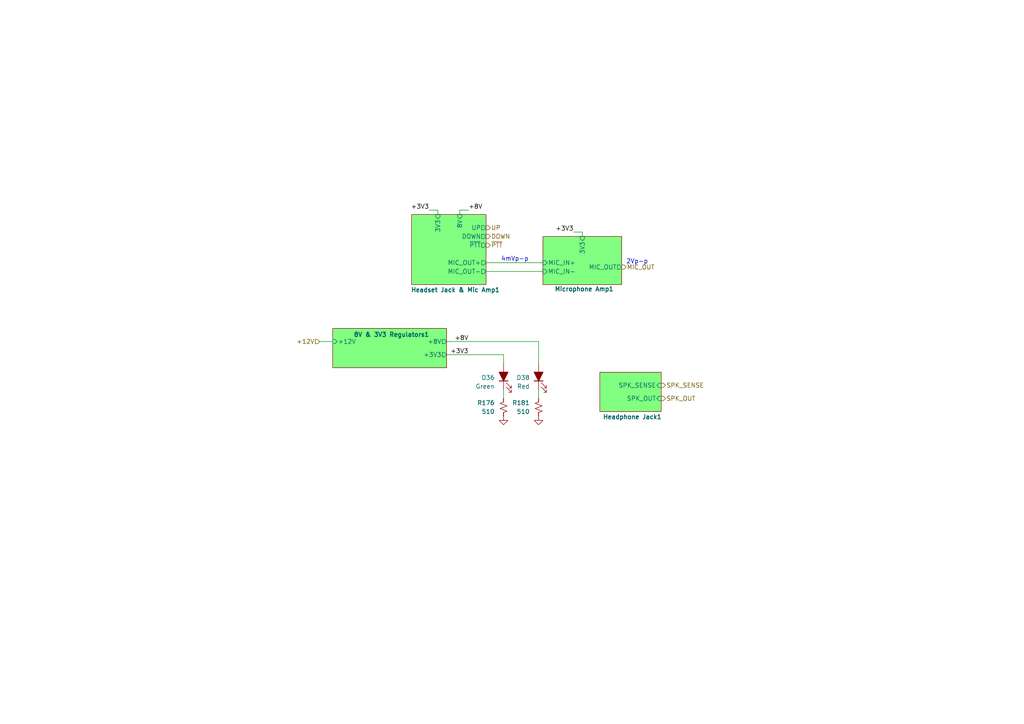
<source format=kicad_sch>
(kicad_sch (version 20250114) (generator "eeschema") (generator_version "9.0")
  (paper "A4")
  (lib_symbols
    (symbol "Device:LED_Filled" (pin_numbers (hide yes)) (pin_names (offset 1.016) (hide yes))
      (property "Reference" "D" (at 0 2.54 0))
      (property "Value" "LED_Filled" (at 0 -2.54 0))
      (symbol "LED_Filled_0_1"
        (polyline (pts (xy -3.048 -0.762) (xy -4.572 -2.286) (xy -3.81 -2.286) (xy -4.572 -2.286) (xy -4.572 -1.524)))
        (polyline (pts (xy -1.778 -0.762) (xy -3.302 -2.286) (xy -2.54 -2.286) (xy -3.302 -2.286) (xy -3.302 -1.524)))
        (polyline (pts (xy -1.27 0) (xy 1.27 0)))
        (polyline (pts (xy -1.27 -1.27) (xy -1.27 1.27)) (stroke (width 0.254)))
        (polyline (pts (xy 1.27 -1.27) (xy 1.27 1.27) (xy -1.27 0) (xy 1.27 -1.27)) (stroke (width 0.254)) (fill (type outline)))
      )
      (symbol "LED_Filled_1_1"
        (pin passive line (at -3.81 0 0) (length 2.54) (name "K") (number "1"))
        (pin passive line (at 3.81 0 180) (length 2.54) (name "A") (number "2"))
      )
    )
    (symbol "Device:R_Small_US" (pin_numbers (hide yes)) (pin_names (offset 0.254) (hide yes))
      (property "Reference" "R" (at 0.762 0.508 0))
      (property "Value" "R_Small_US" (at 0.762 -1.016 0))
      (symbol "R_Small_US_1_1"
        (polyline (pts (xy 0 1.524) (xy 1.016 1.143) (xy 0 0.762) (xy -1.016 0.381) (xy 0 0)))
        (polyline (pts (xy 0 0) (xy 1.016 -0.381) (xy 0 -0.762) (xy -1.016 -1.143) (xy 0 -1.524)))
        (pin passive line (at 0 2.54 270) (length 1.016) (name "~") (number "1"))
        (pin passive line (at 0 -2.54 90) (length 1.016) (name "~") (number "2"))
      )
    )
    (symbol "power:GND" (power) (pin_numbers (hide yes)) (pin_names (offset 0) (hide yes))
      (property "Value" "GND" (at 0 -3.81 0))
      (symbol "GND_0_1"
        (polyline (pts (xy 0 0) (xy 0 -1.27) (xy 1.27 -1.27) (xy 0 -2.54) (xy -1.27 -1.27) (xy 0 -1.27)))
      )
      (symbol "GND_1_1"
        (pin power_in line (at 0 0 270) (length 0) (name "~") (number "1"))
      )
    )
  )
  (text "2Vp-p" (at 181.61 76.708 0) (effects (font (size 1.27 1.27)) (justify left bottom)))
  (text "4mVp-p" (at 145.288 75.946 0) (effects (font (size 1.27 1.27)) (justify left bottom)))
  (wire (pts (xy 133.35 60.96) (xy 133.35 62.23)))
  (wire (pts (xy 127 60.96) (xy 127 62.23)))
  (wire (pts (xy 92.71 99.06) (xy 96.52 99.06)))
  (wire (pts (xy 129.54 102.87) (xy 146.05 102.87)))
  (wire (pts (xy 140.97 78.74) (xy 157.48 78.74)))
  (wire (pts (xy 133.35 60.96) (xy 135.89 60.96)))
  (wire (pts (xy 127 60.96) (xy 124.46 60.96)))
  (wire (pts (xy 156.21 105.41) (xy 156.21 99.06)))
  (wire (pts (xy 140.97 76.2) (xy 157.48 76.2)))
  (wire (pts (xy 156.21 113.03) (xy 156.21 115.57)))
  (wire (pts (xy 146.05 113.03) (xy 146.05 115.57)))
  (wire (pts (xy 146.05 105.41) (xy 146.05 102.87)))
  (wire (pts (xy 129.54 99.06) (xy 156.21 99.06)))
  (wire (pts (xy 168.91 67.31) (xy 168.91 68.58)))
  (wire (pts (xy 168.91 67.31) (xy 166.37 67.31)))
  (label "+8V" (at 135.89 99.06 180))
  (label "+8V" (at 135.89 60.96 0))
  (label "+3V3" (at 135.89 102.87 180))
  (label "+3V3" (at 166.37 67.31 180))
  (label "+3V3" (at 124.46 60.96 180))
  (hierarchical_label "DOWN" (shape output) (at 140.97 68.58 0))
  (hierarchical_label "SPK_SENSE" (shape output) (at 191.77 111.76 0))
  (hierarchical_label "MIC_OUT" (shape output) (at 180.34 77.47 0))
  (hierarchical_label "SPK_OUT" (shape output) (at 191.77 115.57 0))
  (hierarchical_label "~{PTT}" (shape output) (at 140.97 71.12 0))
  (hierarchical_label "+12V" (shape input) (at 92.71 99.06 180))
  (hierarchical_label "UP" (shape output) (at 140.97 66.04 0))
  (symbol (lib_id "Device:R_Small_US") (at 146.05 118.11 0) (mirror x) (unit 1)
    (property "Reference" "R144" (at 143.51 116.8399 0) (effects (justify right)))
    (property "Value" "510" (at 143.51 119.3799 0) (effects (justify right)))
    (property "Footprint" "Resistor_SMD:R_0603_1608Metric_Pad0.98x0.95mm_HandSolder" (effects (hide yes)))
    (property "Description" "Resistor, small US symbol" (effects (hide yes)))
    (property "DigiKey Part Number" "311-510HRCT-ND" (effects (hide yes)))
    (instances (project "PilotAudioPanel" (path "" (reference "R176") (unit 1)) (path "" (reference "R144") (unit 1))))
  )
  (symbol (lib_id "power:GND") (at 156.21 120.65 0) (mirror y) (unit 1)
    (property "Reference" "#PWR0238" (effects (hide yes)))
    (property "Value" "GND" (effects (hide yes)))
    (property "Description" "Power symbol creates a global label with name \"GND\" , ground" (effects (hide yes)))
    (instances (project "PilotAudioPanel" (path "" (reference "#PWR0296") (unit 1)) (path "" (reference "#PWR0238") (unit 1))))
  )
  (symbol (lib_id "Device:LED_Filled") (at 146.05 109.22 90) (unit 1)
    (property "Reference" "D27" (at 143.51 109.5374 90) (effects (justify left)))
    (property "Value" "Green" (at 143.51 112.0774 90) (effects (justify left)))
    (property "Footprint" "LED_THT:LED_D5.0mm" (effects (hide yes)))
    (property "Description" "Light emitting diode, filled shape" (effects (hide yes)))
    (property "DigiKey Part Number" "732-5016-ND" (effects (hide yes)))
    (instances (project "PilotAudioPanel" (path "" (reference "D36") (unit 1)) (path "" (reference "D27") (unit 1))))
  )
  (symbol (lib_id "Device:R_Small_US") (at 156.21 118.11 0) (mirror x) (unit 1)
    (property "Reference" "R153" (at 153.67 116.8399 0) (effects (justify right)))
    (property "Value" "510" (at 153.67 119.3799 0) (effects (justify right)))
    (property "Footprint" "Resistor_SMD:R_0603_1608Metric_Pad0.98x0.95mm_HandSolder" (effects (hide yes)))
    (property "Description" "Resistor, small US symbol" (effects (hide yes)))
    (property "DigiKey Part Number" "311-510HRCT-ND" (effects (hide yes)))
    (instances (project "PilotAudioPanel" (path "" (reference "R181") (unit 1)) (path "" (reference "R153") (unit 1))))
  )
  (symbol (lib_id "power:GND") (at 146.05 120.65 0) (mirror y) (unit 1)
    (property "Reference" "#PWR0233" (effects (hide yes)))
    (property "Value" "GND" (effects (hide yes)))
    (property "Description" "Power symbol creates a global label with name \"GND\" , ground" (effects (hide yes)))
    (instances (project "PilotAudioPanel" (path "" (reference "#PWR0293") (unit 1)) (path "" (reference "#PWR0233") (unit 1))))
  )
  (symbol (lib_id "Device:LED_Filled") (at 156.21 109.22 90) (unit 1)
    (property "Reference" "D29" (at 153.67 109.5374 90) (effects (justify left)))
    (property "Value" "Red" (at 153.67 112.0774 90) (effects (justify left)))
    (property "Footprint" "LED_THT:LED_D5.0mm" (effects (hide yes)))
    (property "Description" "Light emitting diode, filled shape" (effects (hide yes)))
    (property "DigiKey Part Number" "732-5016-ND" (effects (hide yes)))
    (instances (project "PilotAudioPanel" (path "" (reference "D38") (unit 1)) (path "" (reference "D29") (unit 1))))
  )
  (sheet (at 173.99 107.95) (size 17.78 11.43) (stroke (width 0.1524)) (fill (color 128 255 128 1.0000))
    (property "Sheetname" "Headphone Jack1" (at 183.388 120.904 0) (effects (font (thickness 0.254) (bold yes))))
    (property "Sheetfile" "HeadphoneJack.kicad_sch" (effects (hide yes)))
    (pin "SPK_OUT" input (at 191.77 115.57 0))
    (pin "SPK_SENSE" input (at 191.77 111.76 0))
  )
  (sheet (at 96.52 95.25) (size 33.02 11.43) (stroke (width 0.1524)) (fill (color 128 255 128 1.0000))
    (property "Sheetname" "8V & 3V3 Regulators1" (at 113.538 97.028 0) (effects (font (thickness 0.254) (bold yes))))
    (property "Sheetfile" "12-8-3Reg.kicad_sch" (effects (hide yes)))
    (pin "+8V" output (at 129.54 99.06 0))
    (pin "+12V" input (at 96.52 99.06 180))
    (pin "+3V3" output (at 129.54 102.87 0))
  )
  (sheet (at 119.38 62.23) (size 21.59 20.32) (stroke (width 0.1524)) (fill (color 128 255 128 1.0000))
    (property "Sheetname" "Headset Jack & Mic Amp1" (at 132.08 84.074 0) (effects (font (thickness 0.254) (bold yes))))
    (property "Sheetfile" "HandsetJackAmp.kicad_sch" (effects (hide yes)))
    (pin "3V3" input (at 127 62.23 90))
    (pin "8V" input (at 133.35 62.23 90))
    (pin "DOWN" output (at 140.97 68.58 0))
    (pin "UP" output (at 140.97 66.04 0))
    (pin "~{PTT}" output (at 140.97 71.12 0))
    (pin "MIC_OUT+" output (at 140.97 76.2 0))
    (pin "MIC_OUT-" output (at 140.97 78.74 0))
  )
  (sheet (at 157.48 68.58) (size 22.86 13.97) (stroke (width 0.1524)) (fill (color 128 255 128 1.0000))
    (property "Sheetname" "Microphone Amp1" (at 169.418 83.82 0) (effects (font (thickness 0.254) (bold yes))))
    (property "Sheetfile" "MicAmp.kicad_sch" (effects (hide yes)))
    (pin "3V3" input (at 168.91 68.58 90))
    (pin "MIC_OUT" output (at 180.34 77.47 0))
    (pin "MIC_IN+" input (at 157.48 76.2 180))
    (pin "MIC_IN-" input (at 157.48 78.74 180))
  )
)
</source>
